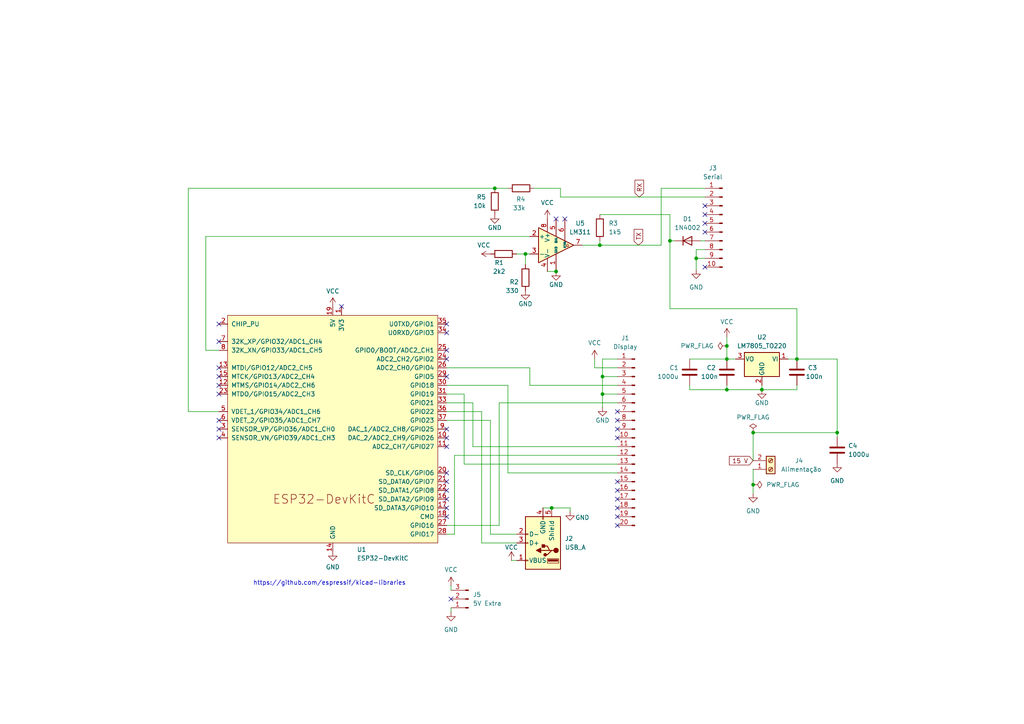
<source format=kicad_sch>
(kicad_sch (version 20231120) (generator "eeschema") (generator_version "8.0")
  (paper "A4")
  (lib_symbols
    (symbol "Comparator:LM311" (pin_names (offset 0.127))
      (property "Reference" "U" (at 3.81 6.35 0))
      (property "Value" "LM311" (at 3.81 3.81 0))
      (symbol "LM311_0_1"
        (polyline (pts (xy 5.08 0) (xy -5.08 5.08) (xy -5.08 -5.08) (xy 5.08 0)) (stroke (width 0.254)) (fill (type background)))
        (polyline (pts (xy 3.683 -0.381) (xy 3.302 -0.381) (xy 3.683 0) (xy 3.302 0.381) (xy 2.921 0) (xy 3.302 -0.381) (xy 2.921 -0.381)) (stroke (width 0.127)))
      )
      (symbol "LM311_1_1"
        (pin passive line (at 0 -7.62 90) (length 5.08) (name "GND") (number "1"))
        (pin input line (at -7.62 2.54 0) (length 2.54) (name "+") (number "2"))
        (pin input line (at -7.62 -2.54 0) (length 2.54) (name "-") (number "3"))
        (pin power_in line (at -2.54 -7.62 90) (length 3.81) (name "V-") (number "4"))
        (pin input line (at 0 7.62 270) (length 5.08) (name "BAL") (number "5"))
        (pin input line (at 2.54 7.62 270) (length 6.35) (name "STRB") (number "6"))
        (pin open_collector line (at 7.62 0 180) (length 2.54) (name "~") (number "7"))
        (pin power_in line (at -2.54 7.62 270) (length 3.81) (name "V+") (number "8"))
      )
    )
    (symbol "Conn_01x10_Pin_1" (pin_names (offset 1.016) hide)
      (property "Reference" "J1" (at 0.635 15.24 0))
      (property "Value" "Conn_01x10_Pin" (at 0.635 12.7 0))
      (symbol "Conn_01x10_Pin_1_1_1"
        (polyline (pts (xy 1.27 -38.1) (xy 0.8636 -38.1)) (stroke (width 0.1524)))
        (polyline (pts (xy 1.27 -35.56) (xy 0.8636 -35.56)) (stroke (width 0.1524)))
        (polyline (pts (xy 1.27 -33.02) (xy 0.8636 -33.02)) (stroke (width 0.1524)))
        (polyline (pts (xy 1.27 -30.48) (xy 0.8636 -30.48)) (stroke (width 0.1524)))
        (polyline (pts (xy 1.27 -27.94) (xy 0.8636 -27.94)) (stroke (width 0.1524)))
        (polyline (pts (xy 1.27 -25.4) (xy 0.8636 -25.4)) (stroke (width 0.1524)))
        (polyline (pts (xy 1.27 -22.86) (xy 0.8636 -22.86)) (stroke (width 0.1524)))
        (polyline (pts (xy 1.27 -20.32) (xy 0.8636 -20.32)) (stroke (width 0.1524)))
        (polyline (pts (xy 1.27 -17.78) (xy 0.8636 -17.78)) (stroke (width 0.1524)))
        (polyline (pts (xy 1.27 -15.24) (xy 0.8636 -15.24)) (stroke (width 0.1524)))
        (polyline (pts (xy 1.27 -12.7) (xy 0.8636 -12.7)) (stroke (width 0.1524)))
        (polyline (pts (xy 1.27 -10.16) (xy 0.8636 -10.16)) (stroke (width 0.1524)))
        (polyline (pts (xy 1.27 -7.62) (xy 0.8636 -7.62)) (stroke (width 0.1524)))
        (polyline (pts (xy 1.27 -5.08) (xy 0.8636 -5.08)) (stroke (width 0.1524)))
        (polyline (pts (xy 1.27 -2.54) (xy 0.8636 -2.54)) (stroke (width 0.1524)))
        (polyline (pts (xy 1.27 0) (xy 0.8636 0)) (stroke (width 0.1524)))
        (polyline (pts (xy 1.27 2.54) (xy 0.8636 2.54)) (stroke (width 0.1524)))
        (polyline (pts (xy 1.27 5.08) (xy 0.8636 5.08)) (stroke (width 0.1524)))
        (polyline (pts (xy 1.27 7.62) (xy 0.8636 7.62)) (stroke (width 0.1524)))
        (polyline (pts (xy 1.27 10.16) (xy 0.8636 10.16)) (stroke (width 0.1524)))
        (rectangle (start 0.8636 -37.973) (end 0 -38.227) (stroke (width 0.1524)) (fill (type outline)))
        (rectangle (start 0.8636 -35.433) (end 0 -35.687) (stroke (width 0.1524)) (fill (type outline)))
        (rectangle (start 0.8636 -32.893) (end 0 -33.147) (stroke (width 0.1524)) (fill (type outline)))
        (rectangle (start 0.8636 -30.353) (end 0 -30.607) (stroke (width 0.1524)) (fill (type outline)))
        (rectangle (start 0.8636 -27.813) (end 0 -28.067) (stroke (width 0.1524)) (fill (type outline)))
        (rectangle (start 0.8636 -25.273) (end 0 -25.527) (stroke (width 0.1524)) (fill (type outline)))
        (rectangle (start 0.8636 -22.733) (end 0 -22.987) (stroke (width 0.1524)) (fill (type outline)))
        (rectangle (start 0.8636 -20.193) (end 0 -20.447) (stroke (width 0.1524)) (fill (type outline)))
        (rectangle (start 0.8636 -17.653) (end 0 -17.907) (stroke (width 0.1524)) (fill (type outline)))
        (rectangle (start 0.8636 -15.113) (end 0 -15.367) (stroke (width 0.1524)) (fill (type outline)))
        (rectangle (start 0.8636 -12.573) (end 0 -12.827) (stroke (width 0.1524)) (fill (type outline)))
        (rectangle (start 0.8636 -10.033) (end 0 -10.287) (stroke (width 0.1524)) (fill (type outline)))
        (rectangle (start 0.8636 -7.493) (end 0 -7.747) (stroke (width 0.1524)) (fill (type outline)))
        (rectangle (start 0.8636 -4.953) (end 0 -5.207) (stroke (width 0.1524)) (fill (type outline)))
        (rectangle (start 0.8636 -2.413) (end 0 -2.667) (stroke (width 0.1524)) (fill (type outline)))
        (rectangle (start 0.8636 0.127) (end 0 -0.127) (stroke (width 0.1524)) (fill (type outline)))
        (rectangle (start 0.8636 2.667) (end 0 2.413) (stroke (width 0.1524)) (fill (type outline)))
        (rectangle (start 0.8636 5.207) (end 0 4.953) (stroke (width 0.1524)) (fill (type outline)))
        (rectangle (start 0.8636 7.747) (end 0 7.493) (stroke (width 0.1524)) (fill (type outline)))
        (rectangle (start 0.8636 10.287) (end 0 10.033) (stroke (width 0.1524)) (fill (type outline)))
        (pin passive line (at 5.08 10.16 180) (length 3.81) (name "Pin_1") (number "1"))
        (pin passive line (at 5.08 -12.7 180) (length 3.81) (name "Pin_10") (number "10"))
        (pin passive line (at 5.08 -15.24 180) (length 3.81) (name "Pin_11") (number "11"))
        (pin passive line (at 5.08 -17.78 180) (length 3.81) (name "Pin_12") (number "12"))
        (pin passive line (at 5.08 -20.32 180) (length 3.81) (name "Pin_13") (number "13"))
        (pin passive line (at 5.08 -22.86 180) (length 3.81) (name "Pin_14") (number "14"))
        (pin passive line (at 5.08 -25.4 180) (length 3.81) (name "Pin_15") (number "15"))
        (pin passive line (at 5.08 -27.94 180) (length 3.81) (name "Pin_16") (number "16"))
        (pin passive line (at 5.08 -30.48 180) (length 3.81) (name "Pin_17") (number "17"))
        (pin passive line (at 5.08 -33.02 180) (length 3.81) (name "Pin_18") (number "18"))
        (pin passive line (at 5.08 -35.56 180) (length 3.81) (name "Pin_19") (number "19"))
        (pin passive line (at 5.08 7.62 180) (length 3.81) (name "Pin_2") (number "2"))
        (pin passive line (at 5.08 -38.1 180) (length 3.81) (name "Pin_20") (number "20"))
        (pin passive line (at 5.08 5.08 180) (length 3.81) (name "Pin_3") (number "3"))
        (pin passive line (at 5.08 2.54 180) (length 3.81) (name "Pin_4") (number "4"))
        (pin passive line (at 5.08 0 180) (length 3.81) (name "Pin_5") (number "5"))
        (pin passive line (at 5.08 -2.54 180) (length 3.81) (name "Pin_6") (number "6"))
        (pin passive line (at 5.08 -5.08 180) (length 3.81) (name "Pin_7") (number "7"))
        (pin passive line (at 5.08 -7.62 180) (length 3.81) (name "Pin_8") (number "8"))
        (pin passive line (at 5.08 -10.16 180) (length 3.81) (name "Pin_9") (number "9"))
      )
    )
    (symbol "Connector:Conn_01x03_Pin" (pin_names (offset 1.016) hide)
      (property "Reference" "J" (at 0 5.08 0))
      (property "Value" "Conn_01x03_Pin" (at 0 -5.08 0))
      (symbol "Conn_01x03_Pin_1_1"
        (polyline (pts (xy 1.27 -2.54) (xy 0.8636 -2.54)) (stroke (width 0.1524)))
        (polyline (pts (xy 1.27 0) (xy 0.8636 0)) (stroke (width 0.1524)))
        (polyline (pts (xy 1.27 2.54) (xy 0.8636 2.54)) (stroke (width 0.1524)))
        (rectangle (start 0.8636 -2.413) (end 0 -2.667) (stroke (width 0.1524)) (fill (type outline)))
        (rectangle (start 0.8636 0.127) (end 0 -0.127) (stroke (width 0.1524)) (fill (type outline)))
        (rectangle (start 0.8636 2.667) (end 0 2.413) (stroke (width 0.1524)) (fill (type outline)))
        (pin passive line (at 5.08 2.54 180) (length 3.81) (name "Pin_1") (number "1"))
        (pin passive line (at 5.08 0 180) (length 3.81) (name "Pin_2") (number "2"))
        (pin passive line (at 5.08 -2.54 180) (length 3.81) (name "Pin_3") (number "3"))
      )
    )
    (symbol "Connector:Conn_01x10_Pin" (pin_names (offset 1.016) hide)
      (property "Reference" "J" (at 0 12.7 0))
      (property "Value" "Conn_01x10_Pin" (at 0 -15.24 0))
      (symbol "Conn_01x10_Pin_1_1"
        (polyline (pts (xy 1.27 -12.7) (xy 0.8636 -12.7)) (stroke (width 0.1524)))
        (polyline (pts (xy 1.27 -10.16) (xy 0.8636 -10.16)) (stroke (width 0.1524)))
        (polyline (pts (xy 1.27 -7.62) (xy 0.8636 -7.62)) (stroke (width 0.1524)))
        (polyline (pts (xy 1.27 -5.08) (xy 0.8636 -5.08)) (stroke (width 0.1524)))
        (polyline (pts (xy 1.27 -2.54) (xy 0.8636 -2.54)) (stroke (width 0.1524)))
        (polyline (pts (xy 1.27 0) (xy 0.8636 0)) (stroke (width 0.1524)))
        (polyline (pts (xy 1.27 2.54) (xy 0.8636 2.54)) (stroke (width 0.1524)))
        (polyline (pts (xy 1.27 5.08) (xy 0.8636 5.08)) (stroke (width 0.1524)))
        (polyline (pts (xy 1.27 7.62) (xy 0.8636 7.62)) (stroke (width 0.1524)))
        (polyline (pts (xy 1.27 10.16) (xy 0.8636 10.16)) (stroke (width 0.1524)))
        (rectangle (start 0.8636 -12.573) (end 0 -12.827) (stroke (width 0.1524)) (fill (type outline)))
        (rectangle (start 0.8636 -10.033) (end 0 -10.287) (stroke (width 0.1524)) (fill (type outline)))
        (rectangle (start 0.8636 -7.493) (end 0 -7.747) (stroke (width 0.1524)) (fill (type outline)))
        (rectangle (start 0.8636 -4.953) (end 0 -5.207) (stroke (width 0.1524)) (fill (type outline)))
        (rectangle (start 0.8636 -2.413) (end 0 -2.667) (stroke (width 0.1524)) (fill (type outline)))
        (rectangle (start 0.8636 0.127) (end 0 -0.127) (stroke (width 0.1524)) (fill (type outline)))
        (rectangle (start 0.8636 2.667) (end 0 2.413) (stroke (width 0.1524)) (fill (type outline)))
        (rectangle (start 0.8636 5.207) (end 0 4.953) (stroke (width 0.1524)) (fill (type outline)))
        (rectangle (start 0.8636 7.747) (end 0 7.493) (stroke (width 0.1524)) (fill (type outline)))
        (rectangle (start 0.8636 10.287) (end 0 10.033) (stroke (width 0.1524)) (fill (type outline)))
        (pin passive line (at 5.08 10.16 180) (length 3.81) (name "Pin_1") (number "1"))
        (pin passive line (at 5.08 -12.7 180) (length 3.81) (name "Pin_10") (number "10"))
        (pin passive line (at 5.08 7.62 180) (length 3.81) (name "Pin_2") (number "2"))
        (pin passive line (at 5.08 5.08 180) (length 3.81) (name "Pin_3") (number "3"))
        (pin passive line (at 5.08 2.54 180) (length 3.81) (name "Pin_4") (number "4"))
        (pin passive line (at 5.08 0 180) (length 3.81) (name "Pin_5") (number "5"))
        (pin passive line (at 5.08 -2.54 180) (length 3.81) (name "Pin_6") (number "6"))
        (pin passive line (at 5.08 -5.08 180) (length 3.81) (name "Pin_7") (number "7"))
        (pin passive line (at 5.08 -7.62 180) (length 3.81) (name "Pin_8") (number "8"))
        (pin passive line (at 5.08 -10.16 180) (length 3.81) (name "Pin_9") (number "9"))
      )
    )
    (symbol "Connector:Screw_Terminal_01x02" (pin_names (offset 1.016) hide)
      (property "Reference" "J" (at 0 2.54 0))
      (property "Value" "Screw_Terminal_01x02" (at 0 -5.08 0))
      (symbol "Screw_Terminal_01x02_1_1"
        (rectangle (start -1.27 1.27) (end 1.27 -3.81) (stroke (width 0.254)) (fill (type background)))
        (circle (center 0 -2.54) (radius 0.635) (stroke (width 0.1524)))
        (polyline (pts (xy -0.5334 -2.2098) (xy 0.3302 -3.048)) (stroke (width 0.1524)))
        (polyline (pts (xy -0.5334 0.3302) (xy 0.3302 -0.508)) (stroke (width 0.1524)))
        (polyline (pts (xy -0.3556 -2.032) (xy 0.508 -2.8702)) (stroke (width 0.1524)))
        (polyline (pts (xy -0.3556 0.508) (xy 0.508 -0.3302)) (stroke (width 0.1524)))
        (circle (center 0 0) (radius 0.635) (stroke (width 0.1524)))
        (pin passive line (at -5.08 0 0) (length 3.81) (name "Pin_1") (number "1"))
        (pin passive line (at -5.08 -2.54 0) (length 3.81) (name "Pin_2") (number "2"))
      )
    )
    (symbol "Connector:USB_A" (pin_names (offset 1.016))
      (property "Reference" "J" (at -5.08 11.43 0))
      (property "Value" "USB_A" (at -5.08 8.89 0))
      (symbol "USB_A_0_1"
        (rectangle (start -5.08 -7.62) (end 5.08 7.62) (stroke (width 0.254)) (fill (type background)))
        (circle (center -3.81 2.159) (radius 0.635) (stroke (width 0.254)) (fill (type outline)))
        (rectangle (start -1.524 4.826) (end -4.318 5.334) (fill (type outline)))
        (rectangle (start -1.27 4.572) (end -4.572 5.842))
        (circle (center -0.635 3.429) (radius 0.381) (stroke (width 0.254)) (fill (type outline)))
        (rectangle (start -0.127 -7.62) (end 0.127 -6.858))
        (polyline (pts (xy -3.175 2.159) (xy -2.54 2.159) (xy -1.27 3.429) (xy -0.635 3.429)) (stroke (width 0.254)))
        (polyline (pts (xy -2.54 2.159) (xy -1.905 2.159) (xy -1.27 0.889) (xy 0 0.889)) (stroke (width 0.254)))
        (polyline (pts (xy 0.635 2.794) (xy 0.635 1.524) (xy 1.905 2.159) (xy 0.635 2.794)) (stroke (width 0.254)) (fill (type outline)))
        (rectangle (start 0.254 1.27) (end -0.508 0.508) (stroke (width 0.254)) (fill (type outline)))
        (rectangle (start 5.08 -2.667) (end 4.318 -2.413))
        (rectangle (start 5.08 -0.127) (end 4.318 0.127))
        (rectangle (start 5.08 4.953) (end 4.318 5.207))
      )
      (symbol "USB_A_1_1"
        (polyline (pts (xy -1.905 2.159) (xy 0.635 2.159)) (stroke (width 0.254)))
        (pin power_in line (at 7.62 5.08 180) (length 2.54) (name "VBUS") (number "1"))
        (pin bidirectional line (at 7.62 -2.54 180) (length 2.54) (name "D-") (number "2"))
        (pin bidirectional line (at 7.62 0 180) (length 2.54) (name "D+") (number "3"))
        (pin power_in line (at 0 -10.16 90) (length 2.54) (name "GND") (number "4"))
        (pin passive line (at -2.54 -10.16 90) (length 2.54) (name "Shield") (number "5"))
      )
    )
    (symbol "Device:C" (pin_numbers hide) (pin_names (offset 0.254))
      (property "Reference" "C" (at 0.635 2.54 0))
      (property "Value" "C" (at 0.635 -2.54 0))
      (symbol "C_0_1"
        (polyline (pts (xy -2.032 -0.762) (xy 2.032 -0.762)) (stroke (width 0.508)))
        (polyline (pts (xy -2.032 0.762) (xy 2.032 0.762)) (stroke (width 0.508)))
      )
      (symbol "C_1_1"
        (pin passive line (at 0 3.81 270) (length 2.794) (name "~") (number "1"))
        (pin passive line (at 0 -3.81 90) (length 2.794) (name "~") (number "2"))
      )
    )
    (symbol "Device:R" (pin_numbers hide) (pin_names (offset 0))
      (property "Reference" "R" (at 2.032 0 90))
      (property "Value" "R" (at 0 0 90))
      (symbol "R_0_1"
        (rectangle (start -1.016 -2.54) (end 1.016 2.54) (stroke (width 0.254)))
      )
      (symbol "R_1_1"
        (pin passive line (at 0 3.81 270) (length 1.27) (name "~") (number "1"))
        (pin passive line (at 0 -3.81 90) (length 1.27) (name "~") (number "2"))
      )
    )
    (symbol "Diode:1N4002" (pin_numbers hide) (pin_names hide)
      (property "Reference" "D" (at 0 2.54 0))
      (property "Value" "1N4002" (at 0 -2.54 0))
      (symbol "1N4002_0_1"
        (polyline (pts (xy -1.27 1.27) (xy -1.27 -1.27)) (stroke (width 0.254)))
        (polyline (pts (xy 1.27 0) (xy -1.27 0)))
        (polyline (pts (xy 1.27 1.27) (xy 1.27 -1.27) (xy -1.27 0) (xy 1.27 1.27)) (stroke (width 0.254)))
      )
      (symbol "1N4002_1_1"
        (pin passive line (at -3.81 0 0) (length 2.54) (name "K") (number "1"))
        (pin passive line (at 3.81 0 180) (length 2.54) (name "A") (number "2"))
      )
    )
    (symbol "PCM_Espressif:ESP32-DevKitC" (pin_names (offset 1.016))
      (property "Reference" "U" (at -30.48 38.1 0))
      (property "Value" "ESP32-DevKitC" (at -30.48 35.56 0))
      (symbol "ESP32-DevKitC_0_0"
        (text "ESP32-DevKitC" (at -2.54 -20.32 0) (effects (font (size 2.54 2.54))))
        (pin power_in line (at 0 -35.56 90) (length 2.54) (name "GND") (number "14"))
        (pin power_in line (at 0 35.56 270) (length 2.54) (name "5V") (number "19"))
      )
      (symbol "ESP32-DevKitC_0_1"
        (rectangle (start -30.48 33.02) (end 30.48 -33.02) (fill (type background)))
      )
      (symbol "ESP32-DevKitC_1_1"
        (pin power_in line (at 2.54 35.56 270) (length 2.54) (name "3V3") (number "1"))
        (pin bidirectional line (at 33.02 -2.54 180) (length 2.54) (name "DAC_2/ADC2_CH9/GPIO26") (number "10"))
        (pin bidirectional line (at 33.02 -5.08 180) (length 2.54) (name "ADC2_CH7/GPIO27") (number "11"))
        (pin bidirectional line (at -33.02 12.7 0) (length 2.54) (name "MTMS/GPIO14/ADC2_CH6") (number "12"))
        (pin bidirectional line (at -33.02 17.78 0) (length 2.54) (name "MTDI/GPIO12/ADC2_CH5") (number "13"))
        (pin bidirectional line (at -33.02 15.24 0) (length 2.54) (name "MTCK/GPIO13/ADC2_CH4") (number "15"))
        (pin bidirectional line (at 33.02 -20.32 180) (length 2.54) (name "SD_DATA2/GPIO9") (number "16"))
        (pin bidirectional line (at 33.02 -22.86 180) (length 2.54) (name "SD_DATA3/GPIO10") (number "17"))
        (pin bidirectional line (at 33.02 -25.4 180) (length 2.54) (name "CMD") (number "18"))
        (pin input line (at -33.02 30.48 0) (length 2.54) (name "CHIP_PU") (number "2"))
        (pin bidirectional line (at 33.02 -12.7 180) (length 2.54) (name "SD_CLK/GPIO6") (number "20"))
        (pin bidirectional line (at 33.02 -15.24 180) (length 2.54) (name "SD_DATA0/GPIO7") (number "21"))
        (pin bidirectional line (at 33.02 -17.78 180) (length 2.54) (name "SD_DATA1/GPIO8") (number "22"))
        (pin bidirectional line (at -33.02 10.16 0) (length 2.54) (name "MTDO/GPIO15/ADC2_CH3") (number "23"))
        (pin bidirectional line (at 33.02 20.32 180) (length 2.54) (name "ADC2_CH2/GPIO2") (number "24"))
        (pin bidirectional line (at 33.02 22.86 180) (length 2.54) (name "GPIO0/BOOT/ADC2_CH1") (number "25"))
        (pin bidirectional line (at 33.02 17.78 180) (length 2.54) (name "ADC2_CH0/GPIO4") (number "26"))
        (pin bidirectional line (at 33.02 -27.94 180) (length 2.54) (name "GPIO16") (number "27"))
        (pin bidirectional line (at 33.02 -30.48 180) (length 2.54) (name "GPIO17") (number "28"))
        (pin bidirectional line (at 33.02 15.24 180) (length 2.54) (name "GPIO5") (number "29"))
        (pin input line (at -33.02 0 0) (length 2.54) (name "SENSOR_VP/GPIO36/ADC1_CH0") (number "3"))
        (pin bidirectional line (at 33.02 12.7 180) (length 2.54) (name "GPIO18") (number "30"))
        (pin bidirectional line (at 33.02 10.16 180) (length 2.54) (name "GPIO19") (number "31"))
        (pin passive line (at 0 -35.56 90) (length 2.54) hide (name "GND") (number "32"))
        (pin bidirectional line (at 33.02 7.62 180) (length 2.54) (name "GPIO21") (number "33"))
        (pin bidirectional line (at 33.02 27.94 180) (length 2.54) (name "U0RXD/GPIO3") (number "34"))
        (pin bidirectional line (at 33.02 30.48 180) (length 2.54) (name "U0TXD/GPIO1") (number "35"))
        (pin bidirectional line (at 33.02 5.08 180) (length 2.54) (name "GPIO22") (number "36"))
        (pin bidirectional line (at 33.02 2.54 180) (length 2.54) (name "GPIO23") (number "37"))
        (pin passive line (at 0 -35.56 90) (length 2.54) hide (name "GND") (number "38"))
        (pin input line (at -33.02 -2.54 0) (length 2.54) (name "SENSOR_VN/GPIO39/ADC1_CH3") (number "4"))
        (pin input line (at -33.02 5.08 0) (length 2.54) (name "VDET_1/GPIO34/ADC1_CH6") (number "5"))
        (pin input line (at -33.02 2.54 0) (length 2.54) (name "VDET_2/GPIO35/ADC1_CH7") (number "6"))
        (pin bidirectional line (at -33.02 25.4 0) (length 2.54) (name "32K_XP/GPIO32/ADC1_CH4") (number "7"))
        (pin bidirectional line (at -33.02 22.86 0) (length 2.54) (name "32K_XN/GPIO33/ADC1_CH5") (number "8"))
        (pin bidirectional line (at 33.02 0 180) (length 2.54) (name "DAC_1/ADC2_CH8/GPIO25") (number "9"))
      )
    )
    (symbol "Regulator_Linear:LM7805_TO220" (pin_names (offset 0.254))
      (property "Reference" "U" (at -3.81 3.175 0))
      (property "Value" "LM7805_TO220" (at 0 3.175 0))
      (symbol "LM7805_TO220_0_1"
        (rectangle (start -5.08 1.905) (end 5.08 -5.08) (stroke (width 0.254)) (fill (type background)))
      )
      (symbol "LM7805_TO220_1_1"
        (pin power_in line (at -7.62 0 0) (length 2.54) (name "VI") (number "1"))
        (pin power_in line (at 0 -7.62 90) (length 2.54) (name "GND") (number "2"))
        (pin power_out line (at 7.62 0 180) (length 2.54) (name "VO") (number "3"))
      )
    )
    (symbol "power:GND" (power) (pin_names (offset 0))
      (property "Value" "GND" (at 0 -3.81 0))
      (symbol "GND_0_1"
        (polyline (pts (xy 0 0) (xy 0 -1.27) (xy 1.27 -1.27) (xy 0 -2.54) (xy -1.27 -1.27) (xy 0 -1.27)))
      )
      (symbol "GND_1_1"
        (pin power_in line (at 0 0 270) (length 0) hide (name "GND") (number "1"))
      )
    )
    (symbol "power:PWR_FLAG" (power) (pin_numbers hide) (pin_names (offset 0) hide)
      (property "Value" "PWR_FLAG" (at 0 3.81 0))
      (symbol "PWR_FLAG_0_0"
        (pin power_out line (at 0 0 90) (length 0) (name "pwr") (number "1"))
      )
      (symbol "PWR_FLAG_0_1"
        (polyline (pts (xy 0 0) (xy 0 1.27) (xy -1.016 1.905) (xy 0 2.54) (xy 1.016 1.905) (xy 0 1.27)))
      )
    )
    (symbol "power:VCC" (power) (pin_names (offset 0))
      (property "Value" "VCC" (at 0 3.81 0))
      (symbol "VCC_0_1"
        (polyline (pts (xy -0.762 1.27) (xy 0 2.54)))
        (polyline (pts (xy 0 0) (xy 0 2.54)))
        (polyline (pts (xy 0 2.54) (xy 0.762 1.27)))
      )
      (symbol "VCC_1_1"
        (pin power_in line (at 0 0 90) (length 0) hide (name "VCC") (number "1"))
      )
    )
  )
  (junction (at 161.29 78.74))
  (junction (at 194.31 69.85))
  (junction (at 242.824 125.476))
  (junction (at 210.82 104.14))
  (junction (at 143.51 54.61))
  (junction (at 152.4 73.66))
  (junction (at 160.02 147.32))
  (junction (at 218.44 125.476))
  (junction (at 231.14 104.14))
  (junction (at 174.752 114.3))
  (junction (at 174.752 109.22))
  (junction (at 201.93 74.93))
  (junction (at 220.98 113.03))
  (junction (at 210.82 113.03))
  (junction (at 210.82 100.33))
  (junction (at 218.44 140.589))
  (junction (at 173.99 71.12))
  (no_connect (at 129.54 93.98))
  (no_connect (at 179.07 152.4))
  (no_connect (at 129.54 139.7))
  (no_connect (at 204.47 59.69))
  (no_connect (at 179.07 139.7))
  (no_connect (at 129.54 149.86))
  (no_connect (at 161.29 63.5))
  (no_connect (at 179.07 127))
  (no_connect (at 163.83 63.5))
  (no_connect (at 129.54 147.32))
  (no_connect (at 130.81 173.736))
  (no_connect (at 179.07 144.78))
  (no_connect (at 129.54 142.24))
  (no_connect (at 63.5 124.46))
  (no_connect (at 63.5 93.98))
  (no_connect (at 63.5 121.92))
  (no_connect (at 204.47 64.77))
  (no_connect (at 63.5 111.76))
  (no_connect (at 63.5 109.22))
  (no_connect (at 129.54 96.52))
  (no_connect (at 179.07 124.46))
  (no_connect (at 63.5 114.3))
  (no_connect (at 204.47 77.47))
  (no_connect (at 129.54 124.46))
  (no_connect (at 179.07 147.32))
  (no_connect (at 179.07 142.24))
  (no_connect (at 179.07 121.92))
  (no_connect (at 63.5 99.06))
  (no_connect (at 204.47 62.23))
  (no_connect (at 63.5 127))
  (no_connect (at 129.54 127))
  (no_connect (at 129.54 137.16))
  (no_connect (at 129.54 129.54))
  (no_connect (at 129.54 104.14))
  (no_connect (at 179.07 149.86))
  (no_connect (at 63.5 106.68))
  (no_connect (at 129.54 109.22))
  (no_connect (at 99.06 88.9))
  (no_connect (at 129.54 144.78))
  (no_connect (at 129.54 101.6))
  (no_connect (at 179.07 119.38))
  (no_connect (at 204.47 67.31))
  (wire (pts (xy 160.02 147.32) (xy 165.354 147.32)))
  (wire (pts (xy 147.32 137.16) (xy 179.07 137.16)))
  (wire (pts (xy 174.752 114.3) (xy 174.752 118.11)))
  (wire (pts (xy 174.752 109.22) (xy 179.07 109.22)))
  (wire (pts (xy 139.7 157.48) (xy 139.7 119.38)))
  (wire (pts (xy 144.78 116.84) (xy 179.07 116.84)))
  (wire (pts (xy 173.99 71.12) (xy 191.77 71.12)))
  (wire (pts (xy 179.07 106.68) (xy 172.466 106.68)))
  (wire (pts (xy 142.24 121.92) (xy 142.24 154.94)))
  (wire (pts (xy 168.91 71.12) (xy 173.99 71.12)))
  (wire (pts (xy 231.14 113.03) (xy 220.98 113.03)))
  (wire (pts (xy 165.354 147.32) (xy 165.354 148.336)))
  (wire (pts (xy 129.54 119.38) (xy 139.7 119.38)))
  (wire (pts (xy 162.56 54.61) (xy 154.94 54.61)))
  (wire (pts (xy 174.752 109.22) (xy 174.752 114.3)))
  (wire (pts (xy 220.98 113.03) (xy 210.82 113.03)))
  (wire (pts (xy 194.31 89.535) (xy 231.14 89.535)))
  (wire (pts (xy 191.77 54.61) (xy 204.47 54.61)))
  (wire (pts (xy 174.752 104.14) (xy 174.752 109.22)))
  (wire (pts (xy 218.44 140.589) (xy 218.44 143.129)))
  (wire (pts (xy 142.24 154.94) (xy 149.86 154.94)))
  (wire (pts (xy 144.78 152.4) (xy 144.78 116.84)))
  (wire (pts (xy 162.56 57.15) (xy 162.56 54.61)))
  (wire (pts (xy 194.31 69.85) (xy 194.31 89.535)))
  (wire (pts (xy 218.44 125.476) (xy 218.44 133.604)))
  (wire (pts (xy 194.31 62.23) (xy 194.31 69.85)))
  (wire (pts (xy 242.824 104.14) (xy 231.14 104.14)))
  (wire (pts (xy 63.5 119.38) (xy 54.61 119.38)))
  (wire (pts (xy 174.752 114.3) (xy 179.07 114.3)))
  (wire (pts (xy 200.025 113.03) (xy 210.82 113.03)))
  (wire (pts (xy 194.31 69.85) (xy 195.58 69.85)))
  (wire (pts (xy 129.54 152.4) (xy 144.78 152.4)))
  (wire (pts (xy 218.44 136.144) (xy 218.44 140.589)))
  (wire (pts (xy 162.56 57.15) (xy 204.47 57.15)))
  (wire (pts (xy 129.54 114.3) (xy 134.62 114.3)))
  (wire (pts (xy 200.025 104.14) (xy 210.82 104.14)))
  (wire (pts (xy 149.86 157.48) (xy 139.7 157.48)))
  (wire (pts (xy 59.69 101.6) (xy 59.69 68.58)))
  (wire (pts (xy 172.466 106.68) (xy 172.466 104.14)))
  (wire (pts (xy 173.99 62.23) (xy 194.31 62.23)))
  (wire (pts (xy 200.025 111.76) (xy 200.025 113.03)))
  (wire (pts (xy 210.82 104.14) (xy 213.36 104.14)))
  (wire (pts (xy 173.99 69.85) (xy 173.99 71.12)))
  (wire (pts (xy 134.62 134.62) (xy 179.07 134.62)))
  (wire (pts (xy 218.44 125.476) (xy 242.824 125.476)))
  (wire (pts (xy 231.14 113.03) (xy 231.14 111.76)))
  (wire (pts (xy 63.5 101.6) (xy 59.69 101.6)))
  (wire (pts (xy 142.24 121.92) (xy 129.54 121.92)))
  (wire (pts (xy 210.82 113.03) (xy 210.82 111.76)))
  (wire (pts (xy 179.07 104.14) (xy 174.752 104.14)))
  (wire (pts (xy 54.61 54.61) (xy 143.51 54.61)))
  (wire (pts (xy 147.32 111.76) (xy 147.32 137.16)))
  (wire (pts (xy 152.4 76.708) (xy 152.4 73.66)))
  (wire (pts (xy 179.07 111.76) (xy 153.67 111.76)))
  (wire (pts (xy 131.826 154.94) (xy 131.826 132.08)))
  (wire (pts (xy 153.67 111.76) (xy 153.67 106.68)))
  (wire (pts (xy 54.61 119.38) (xy 54.61 54.61)))
  (wire (pts (xy 149.86 73.66) (xy 152.4 73.66)))
  (wire (pts (xy 137.16 129.54) (xy 179.07 129.54)))
  (wire (pts (xy 191.77 71.12) (xy 191.77 54.61)))
  (wire (pts (xy 137.16 116.84) (xy 137.16 129.54)))
  (wire (pts (xy 201.93 74.93) (xy 204.47 74.93)))
  (wire (pts (xy 220.98 113.03) (xy 220.98 111.76)))
  (wire (pts (xy 147.32 111.76) (xy 129.54 111.76)))
  (wire (pts (xy 204.47 72.39) (xy 201.93 72.39)))
  (wire (pts (xy 201.93 72.39) (xy 201.93 74.93)))
  (wire (pts (xy 59.69 68.58) (xy 153.67 68.58)))
  (wire (pts (xy 242.824 125.476) (xy 242.824 126.746)))
  (wire (pts (xy 143.51 54.61) (xy 147.32 54.61)))
  (wire (pts (xy 152.4 73.66) (xy 153.67 73.66)))
  (wire (pts (xy 149.86 162.56) (xy 148.336 162.56)))
  (wire (pts (xy 231.14 89.535) (xy 231.14 104.14)))
  (wire (pts (xy 130.81 177.546) (xy 130.81 176.276)))
  (wire (pts (xy 153.67 106.68) (xy 129.54 106.68)))
  (wire (pts (xy 157.48 147.32) (xy 160.02 147.32)))
  (wire (pts (xy 210.82 97.79) (xy 210.82 100.33)))
  (wire (pts (xy 131.826 132.08) (xy 179.07 132.08)))
  (wire (pts (xy 134.62 114.3) (xy 134.62 134.62)))
  (wire (pts (xy 210.82 100.33) (xy 210.82 104.14)))
  (wire (pts (xy 201.93 74.93) (xy 201.93 78.232)))
  (wire (pts (xy 130.81 169.926) (xy 130.81 171.196)))
  (wire (pts (xy 203.2 69.85) (xy 204.47 69.85)))
  (wire (pts (xy 228.6 104.14) (xy 231.14 104.14)))
  (wire (pts (xy 158.75 78.74) (xy 161.29 78.74)))
  (wire (pts (xy 129.54 154.94) (xy 131.826 154.94)))
  (wire (pts (xy 137.16 116.84) (xy 129.54 116.84)))
  (wire (pts (xy 242.824 125.476) (xy 242.824 104.14)))
  (text "https://github.com/espressif/kicad-libraries" (at 73.406 169.926 0) (effects (font (size 1.27 1.27)) (justify left bottom)))
  (global_label "15 V" (shape input) (at 218.44 133.604 180) (property "Intersheetrefs" "${INTERSHEET_REFS}" (effects (hide yes))))
  (global_label "RX" (shape input) (at 185.42 57.15 90) (property "Intersheetrefs" "${INTERSHEET_REFS}" (effects (hide yes))))
  (global_label "TX" (shape input) (at 185.166 71.12 90) (property "Intersheetrefs" "${INTERSHEET_REFS}" (effects (hide yes))))
  (symbol (lib_id "Connector:Screw_Terminal_01x02") (at 223.52 136.144 0) (mirror x) (unit 1)
    (property "Reference" "J4" (at 231.775 133.604 0))
    (property "Value" "Alimentação" (at 232.41 136.144 0))
    (property "Footprint" "TerminalBlock:TerminalBlock_Altech_AK300-2_P5.00mm" (effects (hide yes)))
  )
  (symbol (lib_id "power:PWR_FLAG") (at 218.44 140.589 270) (unit 1)
    (property "Reference" "#FLG02" (effects (hide yes)))
    (property "Value" "PWR_FLAG" (at 222.25 140.589 90) (effects (justify left)))
  )
  (symbol (lib_id "power:VCC") (at 148.336 162.56 0) (mirror y) (unit 1)
    (property "Reference" "#PWR04" (effects (hide yes)))
    (property "Value" "VCC" (at 148.336 158.75 0))
  )
  (symbol (lib_id "Device:R") (at 173.99 66.04 180) (unit 1)
    (property "Reference" "R3" (at 176.53 64.77 0) (effects (justify right)))
    (property "Value" "1k5" (at 176.53 67.31 0) (effects (justify right)))
    (property "Footprint" "PCM_Resistor_THT_AKL:R_Axial_DIN0204_L3.6mm_D1.6mm_P7.62mm_Horizontal" (effects (hide yes)))
  )
  (symbol (lib_id "power:GND") (at 174.752 118.11 0) (mirror y) (unit 1)
    (property "Reference" "#PWR01" (effects (hide yes)))
    (property "Value" "GND" (at 174.752 121.92 0))
  )
  (symbol (lib_id "power:VCC") (at 158.75 63.5 0) (mirror y) (unit 1)
    (property "Reference" "#PWR014" (effects (hide yes)))
    (property "Value" "VCC" (at 158.75 58.801 0))
  )
  (symbol (lib_id "Diode:1N4002") (at 199.39 69.85 0) (unit 1)
    (property "Reference" "D1" (at 199.39 63.5 0))
    (property "Value" "1N4002" (at 199.39 66.04 0))
    (property "Footprint" "Diode_THT:D_DO-41_SOD81_P10.16mm_Horizontal" (effects (hide yes)))
    (property "Datasheet" "http://www.vishay.com/docs/88503/1n4001.pdf" (effects (hide yes)))
    (property "Description" "100V 1A General Purpose Rectifier Diode, DO-41" (effects (hide yes)))
    (property "Sim.Device" "D" (effects (hide yes)))
    (property "Sim.Pins" "1=K 2=A" (effects (hide yes)))
  )
  (symbol (lib_id "power:PWR_FLAG") (at 210.82 100.33 90) (unit 1)
    (property "Reference" "#FLG01" (effects (hide yes)))
    (property "Value" "PWR_FLAG" (at 207.01 100.33 90) (effects (justify left)))
  )
  (symbol (lib_id "Device:C") (at 231.14 107.95 0) (unit 1)
    (property "Reference" "C3" (at 234.315 106.68 0) (effects (justify left)))
    (property "Value" "100n" (at 233.68 109.22 0) (effects (justify left)))
    (property "Footprint" "Capacitor_THT:C_Disc_D5.0mm_W2.5mm_P2.50mm" (effects (hide yes)))
  )
  (symbol (lib_id "Connector:Conn_01x10_Pin") (at 209.55 64.77 0) (mirror y) (unit 1)
    (property "Reference" "J3" (at 206.756 48.768 0))
    (property "Value" "Serial" (at 206.756 51.308 0))
    (property "Footprint" "Connector_PinHeader_2.54mm:PinHeader_2x05_P2.54mm_Vertical" (effects (hide yes)))
  )
  (symbol (lib_id "PCM_Espressif:ESP32-DevKitC") (at 96.52 124.46 0) (unit 1)
    (property "Reference" "U1" (at 103.505 159.385 0) (effects (justify left)))
    (property "Value" "ESP32-DevKitC" (at 103.505 161.925 0) (effects (justify left)))
    (property "Footprint" "PCM_Espressif:ESP32-DevKitC" (effects (hide yes)))
    (property "Datasheet" "https://docs.espressif.com/projects/esp-idf/zh_CN/latest/esp32/hw-reference/esp32/get-started-devkitc.html" (effects (hide yes)))
  )
  (symbol (lib_id "Connector:Conn_01x03_Pin") (at 135.89 173.736 180) (unit 1)
    (property "Reference" "J5" (at 137.16 172.4659 0) (effects (justify right)))
    (property "Value" "5V Extra" (at 137.16 175.0059 0) (effects (justify right)))
    (property "Footprint" "Connector_PinHeader_2.54mm:PinHeader_1x03_P2.54mm_Vertical" (effects (hide yes)))
    (property "Description" "Generic connector, single row, 01x03, script generated" (effects (hide yes)))
  )
  (symbol (lib_id "power:GND") (at 130.81 177.546 0) (mirror y) (unit 1)
    (property "Reference" "#PWR012" (effects (hide yes)))
    (property "Value" "GND" (at 130.81 182.626 0))
  )
  (symbol (lib_id "Device:C") (at 210.82 107.95 0) (mirror y) (unit 1)
    (property "Reference" "C2" (at 207.645 106.68 0) (effects (justify left)))
    (property "Value" "100n" (at 208.28 109.22 0) (effects (justify left)))
    (property "Footprint" "Capacitor_THT:C_Disc_D5.0mm_W2.5mm_P2.50mm" (effects (hide yes)))
  )
  (symbol (lib_id "power:VCC") (at 172.466 104.14 0) (mirror y) (unit 1)
    (property "Reference" "#PWR02" (effects (hide yes)))
    (property "Value" "VCC" (at 172.466 99.441 0))
  )
  (symbol (lib_id "power:GND") (at 143.51 62.23 0) (mirror y) (unit 1)
    (property "Reference" "#PWR016" (effects (hide yes)))
    (property "Value" "GND" (at 143.51 66.04 0))
  )
  (symbol (lib_id "power:GND") (at 218.44 143.129 0) (mirror y) (unit 1)
    (property "Reference" "#PWR09" (effects (hide yes)))
    (property "Value" "GND" (at 218.44 148.209 0))
  )
  (symbol (lib_id "power:VCC") (at 130.81 169.926 0) (mirror y) (unit 1)
    (property "Reference" "#PWR011" (effects (hide yes)))
    (property "Value" "VCC" (at 130.81 165.227 0))
  )
  (symbol (lib_id "power:GND") (at 201.93 78.232 0) (mirror y) (unit 1)
    (property "Reference" "#PWR018" (effects (hide yes)))
    (property "Value" "GND" (at 201.93 83.312 0))
  )
  (symbol (lib_id "power:GND") (at 96.52 160.02 0) (unit 1)
    (property "Reference" "#PWR07" (effects (hide yes)))
    (property "Value" "GND" (at 96.52 164.465 0))
  )
  (symbol (lib_id "Device:R") (at 143.51 58.42 0) (mirror x) (unit 1)
    (property "Reference" "R5" (at 140.97 57.15 0) (effects (justify right)))
    (property "Value" "10k" (at 140.97 59.69 0) (effects (justify right)))
    (property "Footprint" "PCM_Resistor_THT_AKL:R_Axial_DIN0204_L3.6mm_D1.6mm_P7.62mm_Horizontal" (effects (hide yes)))
  )
  (symbol (lib_id "power:GND") (at 220.98 113.03 0) (mirror y) (unit 1)
    (property "Reference" "#PWR08" (effects (hide yes)))
    (property "Value" "GND" (at 220.98 116.84 0))
  )
  (symbol (lib_id "Device:C") (at 200.025 107.95 0) (mirror y) (unit 1)
    (property "Reference" "C1" (at 196.85 106.68 0) (effects (justify left)))
    (property "Value" "1000u" (at 196.85 109.22 0) (effects (justify left)))
    (property "Footprint" "Capacitor_THT:C_Radial_D8.0mm_H11.5mm_P3.50mm" (effects (hide yes)))
  )
  (symbol (lib_id "Device:R") (at 146.05 73.66 90) (unit 1)
    (property "Reference" "R1" (at 144.78 76.2 90))
    (property "Value" "2k2" (at 144.78 78.74 90))
    (property "Footprint" "PCM_Resistor_THT_AKL:R_Axial_DIN0204_L3.6mm_D1.6mm_P7.62mm_Horizontal" (effects (hide yes)))
  )
  (symbol (lib_id "Device:R") (at 152.4 80.518 0) (mirror x) (unit 1)
    (property "Reference" "R2" (at 150.495 81.788 0) (effects (justify right)))
    (property "Value" "330" (at 150.495 84.328 0) (effects (justify right)))
    (property "Footprint" "PCM_Resistor_THT_AKL:R_Axial_DIN0204_L3.6mm_D1.6mm_P7.62mm_Horizontal" (effects (hide yes)))
  )
  (symbol (lib_name "Conn_01x10_Pin_1") (lib_id "Connector:Conn_01x10_Pin") (at 184.15 114.3 0) (mirror y) (unit 1)
    (property "Reference" "J1" (at 181.356 98.044 0))
    (property "Value" "Display" (at 181.356 100.584 0))
    (property "Footprint" "Connector_PinHeader_2.54mm:PinHeader_2x10_P2.54mm_Vertical" (effects (hide yes)))
  )
  (symbol (lib_id "Device:C") (at 242.824 130.556 0) (unit 1)
    (property "Reference" "C4" (at 245.999 129.286 0) (effects (justify left)))
    (property "Value" "1000u" (at 245.999 131.826 0) (effects (justify left)))
    (property "Footprint" "Capacitor_THT:C_Radial_D8.0mm_H11.5mm_P3.50mm" (effects (hide yes)))
  )
  (symbol (lib_id "power:GND") (at 165.354 148.336 0) (mirror y) (unit 1)
    (property "Reference" "#PWR03" (effects (hide yes)))
    (property "Value" "GND" (at 168.91 150.114 0))
  )
  (symbol (lib_id "Device:R") (at 151.13 54.61 270) (unit 1)
    (property "Reference" "R4" (at 152.4 57.785 90) (effects (justify right)))
    (property "Value" "33k" (at 152.4 60.325 90) (effects (justify right)))
    (property "Footprint" "PCM_Resistor_THT_AKL:R_Axial_DIN0204_L3.6mm_D1.6mm_P7.62mm_Horizontal" (effects (hide yes)))
  )
  (symbol (lib_id "power:PWR_FLAG") (at 218.44 125.476 0) (unit 1)
    (property "Reference" "#FLG03" (effects (hide yes)))
    (property "Value" "PWR_FLAG" (at 218.44 121.031 0))
  )
  (symbol (lib_id "power:VCC") (at 96.52 88.9 0) (unit 1)
    (property "Reference" "#PWR06" (effects (hide yes)))
    (property "Value" "VCC" (at 96.52 84.455 0))
  )
  (symbol (lib_id "power:GND") (at 161.29 78.74 0) (mirror y) (unit 1)
    (property "Reference" "#PWR013" (effects (hide yes)))
    (property "Value" "GND" (at 161.29 82.55 0))
  )
  (symbol (lib_id "Connector:USB_A") (at 157.48 157.48 180) (unit 1)
    (property "Reference" "J2" (at 163.83 156.2099 0) (effects (justify right)))
    (property "Value" "USB_A" (at 163.83 158.7499 0) (effects (justify right)))
    (property "Footprint" "Connector_USB:USB_A_Wuerth_614004134726_Horizontal" (effects (hide yes)))
    (property "Datasheet" " ~" (effects (hide yes)))
    (property "Description" "USB Type A connector" (effects (hide yes)))
  )
  (symbol (lib_id "power:VCC") (at 210.82 97.79 0) (mirror y) (unit 1)
    (property "Reference" "#PWR05" (effects (hide yes)))
    (property "Value" "VCC" (at 210.82 93.345 0))
  )
  (symbol (lib_id "power:GND") (at 242.824 134.366 0) (mirror y) (unit 1)
    (property "Reference" "#PWR010" (effects (hide yes)))
    (property "Value" "GND" (at 242.824 139.446 0))
  )
  (symbol (lib_id "power:VCC") (at 142.24 73.66 90) (unit 1)
    (property "Reference" "#PWR017" (effects (hide yes)))
    (property "Value" "VCC" (at 140.335 71.12 90))
  )
  (symbol (lib_id "power:GND") (at 152.4 84.328 0) (mirror y) (unit 1)
    (property "Reference" "#PWR015" (effects (hide yes)))
    (property "Value" "GND" (at 152.4 88.138 0))
  )
  (symbol (lib_id "Comparator:LM311") (at 161.29 71.12 0) (unit 1)
    (property "Reference" "U5" (at 168.275 64.77 0))
    (property "Value" "LM311" (at 168.275 67.31 0))
    (property "Footprint" "Package_DIP:DIP-8_W7.62mm_LongPads" (effects (hide yes)))
    (property "Datasheet" "https://www.st.com/resource/en/datasheet/lm311.pdf" (effects (hide yes)))
  )
  (symbol (lib_id "Regulator_Linear:LM7805_TO220") (at 220.98 104.14 0) (mirror y) (unit 1)
    (property "Reference" "U2" (at 220.98 97.79 0))
    (property "Value" "LM7805_TO220" (at 220.98 100.33 0))
    (property "Footprint" "Package_TO_SOT_THT:TO-220-3_Vertical" (effects (hide yes)))
    (property "Datasheet" "https://www.onsemi.cn/PowerSolutions/document/MC7800-D.PDF" (effects (hide yes)))
  )
)
</source>
